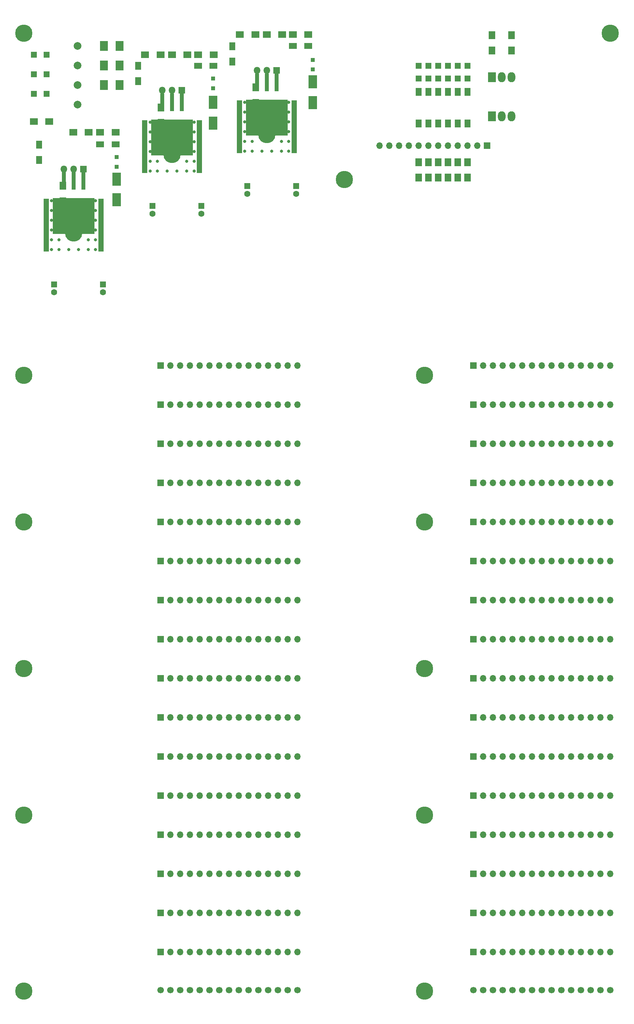
<source format=gts>
%TF.GenerationSoftware,KiCad,Pcbnew,4.0.5*%
%TF.CreationDate,2018-01-19T20:33:35-07:00*%
%TF.ProjectId,MRI-RF-Amplifier,4D52492D52462D416D706C6966696572,6*%
%TF.FileFunction,Soldermask,Top*%
%FSLAX46Y46*%
G04 Gerber Fmt 4.6, Leading zero omitted, Abs format (unit mm)*
G04 Created by KiCad (PCBNEW 4.0.5) date 01/19/18 20:33:35*
%MOMM*%
%LPD*%
G01*
G04 APERTURE LIST*
%ADD10C,0.100000*%
%ADD11C,4.500000*%
%ADD12R,1.800000X1.800000*%
%ADD13O,1.800000X1.800000*%
%ADD14R,2.300000X3.500000*%
%ADD15R,2.000000X1.600000*%
%ADD16R,1.500000X1.500000*%
%ADD17R,1.524000X2.155000*%
%ADD18R,2.000000X2.500000*%
%ADD19R,2.000000X2.600000*%
%ADD20O,2.000000X2.600000*%
%ADD21R,2.000000X1.700000*%
%ADD22R,1.700000X2.000000*%
%ADD23R,1.000000X1.000000*%
%ADD24C,2.000000*%
%ADD25R,1.700000X1.700000*%
%ADD26O,1.700000X1.700000*%
%ADD27C,1.700000*%
%ADD28R,1.600000X2.000000*%
%ADD29R,1.600000X1.600000*%
%ADD30C,1.600000*%
%ADD31C,0.800000*%
%ADD32R,1.400000X13.700000*%
%ADD33R,1.100000X4.600000*%
%ADD34R,10.800000X9.400000*%
G04 APERTURE END LIST*
D10*
D11*
X108737400Y-65974000D03*
X38354000Y-79906000D03*
D12*
X40894000Y-63246000D03*
D13*
X38354000Y-63246000D03*
X35814000Y-63246000D03*
D14*
X49530000Y-65880000D03*
X49530000Y-71280000D03*
D11*
X25400000Y-154940000D03*
X129540000Y-154940000D03*
X129540000Y-231140000D03*
X25400000Y-231140000D03*
X25400000Y-116840000D03*
X129540000Y-116840000D03*
D15*
X95332800Y-31292800D03*
X99332800Y-31292800D03*
X70694800Y-36474400D03*
X74694800Y-36474400D03*
X45244000Y-56845200D03*
X49244000Y-56845200D03*
D16*
X28068000Y-33528000D03*
X31368000Y-33528000D03*
X28068000Y-38608000D03*
X31368000Y-38608000D03*
X28068000Y-43688000D03*
X31368000Y-43688000D03*
X140716000Y-36450000D03*
X140716000Y-39750000D03*
X138176000Y-36450000D03*
X138176000Y-39750000D03*
X135636000Y-36450000D03*
X135636000Y-39750000D03*
X133096000Y-36450000D03*
X133096000Y-39750000D03*
X130556000Y-36450000D03*
X130556000Y-39750000D03*
X128016000Y-36450000D03*
X128016000Y-39750000D03*
D17*
X128016000Y-51440000D03*
X130556000Y-51440000D03*
X133096000Y-51440000D03*
X135636000Y-51440000D03*
X138176000Y-51440000D03*
X140716000Y-51440000D03*
X140716000Y-43180000D03*
X138176000Y-43180000D03*
X135636000Y-43180000D03*
X133096000Y-43180000D03*
X130556000Y-43180000D03*
X128016000Y-43180000D03*
D18*
X46260000Y-31242000D03*
X50260000Y-31242000D03*
X46260000Y-36322000D03*
X50260000Y-36322000D03*
X46260000Y-41402000D03*
X50260000Y-41402000D03*
D19*
X147066000Y-39370000D03*
D20*
X149606000Y-39370000D03*
X152146000Y-39370000D03*
D19*
X147066000Y-49530000D03*
D20*
X149606000Y-49530000D03*
X152146000Y-49530000D03*
D21*
X85566000Y-28295600D03*
X81566000Y-28295600D03*
X60928000Y-33578800D03*
X56928000Y-33578800D03*
X32022800Y-50952400D03*
X28022800Y-50952400D03*
D22*
X140716000Y-61500000D03*
X140716000Y-65500000D03*
X138176000Y-61500000D03*
X138176000Y-65500000D03*
X135636000Y-61500000D03*
X135636000Y-65500000D03*
X133096000Y-61500000D03*
X133096000Y-65500000D03*
X130556000Y-61500000D03*
X130556000Y-65500000D03*
X128016000Y-61500000D03*
X128016000Y-65500000D03*
X147066000Y-32480000D03*
X147066000Y-28480000D03*
X152146000Y-32480000D03*
X152146000Y-28480000D03*
D23*
X100482400Y-37379000D03*
X100482400Y-34879000D03*
X74574400Y-42267800D03*
X74574400Y-39767800D03*
X49530000Y-62685000D03*
X49530000Y-60185000D03*
D24*
X39370000Y-46482000D03*
X39370000Y-41402000D03*
X39370000Y-36322000D03*
X39370000Y-31242000D03*
D25*
X60960000Y-114300000D03*
D26*
X63500000Y-114300000D03*
X66040000Y-114300000D03*
X68580000Y-114300000D03*
X71120000Y-114300000D03*
X73660000Y-114300000D03*
X76200000Y-114300000D03*
X78740000Y-114300000D03*
X81280000Y-114300000D03*
X83820000Y-114300000D03*
X86360000Y-114300000D03*
X88900000Y-114300000D03*
X91440000Y-114300000D03*
X93980000Y-114300000D03*
X96520000Y-114300000D03*
D25*
X142240000Y-114300000D03*
D26*
X144780000Y-114300000D03*
X147320000Y-114300000D03*
X149860000Y-114300000D03*
X152400000Y-114300000D03*
X154940000Y-114300000D03*
X157480000Y-114300000D03*
X160020000Y-114300000D03*
X162560000Y-114300000D03*
X165100000Y-114300000D03*
X167640000Y-114300000D03*
X170180000Y-114300000D03*
X172720000Y-114300000D03*
X175260000Y-114300000D03*
X177800000Y-114300000D03*
D25*
X60960000Y-124460000D03*
D26*
X63500000Y-124460000D03*
X66040000Y-124460000D03*
X68580000Y-124460000D03*
X71120000Y-124460000D03*
X73660000Y-124460000D03*
X76200000Y-124460000D03*
X78740000Y-124460000D03*
X81280000Y-124460000D03*
X83820000Y-124460000D03*
X86360000Y-124460000D03*
X88900000Y-124460000D03*
X91440000Y-124460000D03*
X93980000Y-124460000D03*
X96520000Y-124460000D03*
D25*
X142240000Y-124460000D03*
D26*
X144780000Y-124460000D03*
X147320000Y-124460000D03*
X149860000Y-124460000D03*
X152400000Y-124460000D03*
X154940000Y-124460000D03*
X157480000Y-124460000D03*
X160020000Y-124460000D03*
X162560000Y-124460000D03*
X165100000Y-124460000D03*
X167640000Y-124460000D03*
X170180000Y-124460000D03*
X172720000Y-124460000D03*
X175260000Y-124460000D03*
X177800000Y-124460000D03*
D25*
X60960000Y-134620000D03*
D26*
X63500000Y-134620000D03*
X66040000Y-134620000D03*
X68580000Y-134620000D03*
X71120000Y-134620000D03*
X73660000Y-134620000D03*
X76200000Y-134620000D03*
X78740000Y-134620000D03*
X81280000Y-134620000D03*
X83820000Y-134620000D03*
X86360000Y-134620000D03*
X88900000Y-134620000D03*
X91440000Y-134620000D03*
X93980000Y-134620000D03*
X96520000Y-134620000D03*
D25*
X142240000Y-134620000D03*
D26*
X144780000Y-134620000D03*
X147320000Y-134620000D03*
X149860000Y-134620000D03*
X152400000Y-134620000D03*
X154940000Y-134620000D03*
X157480000Y-134620000D03*
X160020000Y-134620000D03*
X162560000Y-134620000D03*
X165100000Y-134620000D03*
X167640000Y-134620000D03*
X170180000Y-134620000D03*
X172720000Y-134620000D03*
X175260000Y-134620000D03*
X177800000Y-134620000D03*
D25*
X60960000Y-144780000D03*
D26*
X63500000Y-144780000D03*
X66040000Y-144780000D03*
X68580000Y-144780000D03*
X71120000Y-144780000D03*
X73660000Y-144780000D03*
X76200000Y-144780000D03*
X78740000Y-144780000D03*
X81280000Y-144780000D03*
X83820000Y-144780000D03*
X86360000Y-144780000D03*
X88900000Y-144780000D03*
X91440000Y-144780000D03*
X93980000Y-144780000D03*
X96520000Y-144780000D03*
D25*
X142240000Y-144780000D03*
D26*
X144780000Y-144780000D03*
X147320000Y-144780000D03*
X149860000Y-144780000D03*
X152400000Y-144780000D03*
X154940000Y-144780000D03*
X157480000Y-144780000D03*
X160020000Y-144780000D03*
X162560000Y-144780000D03*
X165100000Y-144780000D03*
X167640000Y-144780000D03*
X170180000Y-144780000D03*
X172720000Y-144780000D03*
X175260000Y-144780000D03*
X177800000Y-144780000D03*
D25*
X60960000Y-154940000D03*
D26*
X63500000Y-154940000D03*
X66040000Y-154940000D03*
X68580000Y-154940000D03*
X71120000Y-154940000D03*
X73660000Y-154940000D03*
X76200000Y-154940000D03*
X78740000Y-154940000D03*
X81280000Y-154940000D03*
X83820000Y-154940000D03*
X86360000Y-154940000D03*
X88900000Y-154940000D03*
X91440000Y-154940000D03*
X93980000Y-154940000D03*
X96520000Y-154940000D03*
D25*
X142240000Y-154940000D03*
D26*
X144780000Y-154940000D03*
X147320000Y-154940000D03*
X149860000Y-154940000D03*
X152400000Y-154940000D03*
X154940000Y-154940000D03*
X157480000Y-154940000D03*
X160020000Y-154940000D03*
X162560000Y-154940000D03*
X165100000Y-154940000D03*
X167640000Y-154940000D03*
X170180000Y-154940000D03*
X172720000Y-154940000D03*
X175260000Y-154940000D03*
X177800000Y-154940000D03*
D25*
X60960000Y-165100000D03*
D26*
X63500000Y-165100000D03*
X66040000Y-165100000D03*
X68580000Y-165100000D03*
X71120000Y-165100000D03*
X73660000Y-165100000D03*
X76200000Y-165100000D03*
X78740000Y-165100000D03*
X81280000Y-165100000D03*
X83820000Y-165100000D03*
X86360000Y-165100000D03*
X88900000Y-165100000D03*
X91440000Y-165100000D03*
X93980000Y-165100000D03*
X96520000Y-165100000D03*
D25*
X142240000Y-165100000D03*
D26*
X144780000Y-165100000D03*
X147320000Y-165100000D03*
X149860000Y-165100000D03*
X152400000Y-165100000D03*
X154940000Y-165100000D03*
X157480000Y-165100000D03*
X160020000Y-165100000D03*
X162560000Y-165100000D03*
X165100000Y-165100000D03*
X167640000Y-165100000D03*
X170180000Y-165100000D03*
X172720000Y-165100000D03*
X175260000Y-165100000D03*
X177800000Y-165100000D03*
D25*
X60960000Y-175260000D03*
D26*
X63500000Y-175260000D03*
X66040000Y-175260000D03*
X68580000Y-175260000D03*
X71120000Y-175260000D03*
X73660000Y-175260000D03*
X76200000Y-175260000D03*
X78740000Y-175260000D03*
X81280000Y-175260000D03*
X83820000Y-175260000D03*
X86360000Y-175260000D03*
X88900000Y-175260000D03*
X91440000Y-175260000D03*
X93980000Y-175260000D03*
X96520000Y-175260000D03*
D25*
X142240000Y-175260000D03*
D26*
X144780000Y-175260000D03*
X147320000Y-175260000D03*
X149860000Y-175260000D03*
X152400000Y-175260000D03*
X154940000Y-175260000D03*
X157480000Y-175260000D03*
X160020000Y-175260000D03*
X162560000Y-175260000D03*
X165100000Y-175260000D03*
X167640000Y-175260000D03*
X170180000Y-175260000D03*
X172720000Y-175260000D03*
X175260000Y-175260000D03*
X177800000Y-175260000D03*
D25*
X60960000Y-185420000D03*
D26*
X63500000Y-185420000D03*
X66040000Y-185420000D03*
X68580000Y-185420000D03*
X71120000Y-185420000D03*
X73660000Y-185420000D03*
X76200000Y-185420000D03*
X78740000Y-185420000D03*
X81280000Y-185420000D03*
X83820000Y-185420000D03*
X86360000Y-185420000D03*
X88900000Y-185420000D03*
X91440000Y-185420000D03*
X93980000Y-185420000D03*
X96520000Y-185420000D03*
D25*
X142240000Y-185420000D03*
D26*
X144780000Y-185420000D03*
X147320000Y-185420000D03*
X149860000Y-185420000D03*
X152400000Y-185420000D03*
X154940000Y-185420000D03*
X157480000Y-185420000D03*
X160020000Y-185420000D03*
X162560000Y-185420000D03*
X165100000Y-185420000D03*
X167640000Y-185420000D03*
X170180000Y-185420000D03*
X172720000Y-185420000D03*
X175260000Y-185420000D03*
X177800000Y-185420000D03*
D25*
X60960000Y-195580000D03*
D26*
X63500000Y-195580000D03*
X66040000Y-195580000D03*
X68580000Y-195580000D03*
X71120000Y-195580000D03*
X73660000Y-195580000D03*
X76200000Y-195580000D03*
X78740000Y-195580000D03*
X81280000Y-195580000D03*
X83820000Y-195580000D03*
X86360000Y-195580000D03*
X88900000Y-195580000D03*
X91440000Y-195580000D03*
X93980000Y-195580000D03*
X96520000Y-195580000D03*
D25*
X142240000Y-195580000D03*
D26*
X144780000Y-195580000D03*
X147320000Y-195580000D03*
X149860000Y-195580000D03*
X152400000Y-195580000D03*
X154940000Y-195580000D03*
X157480000Y-195580000D03*
X160020000Y-195580000D03*
X162560000Y-195580000D03*
X165100000Y-195580000D03*
X167640000Y-195580000D03*
X170180000Y-195580000D03*
X172720000Y-195580000D03*
X175260000Y-195580000D03*
X177800000Y-195580000D03*
D25*
X60960000Y-205740000D03*
D26*
X63500000Y-205740000D03*
X66040000Y-205740000D03*
X68580000Y-205740000D03*
X71120000Y-205740000D03*
X73660000Y-205740000D03*
X76200000Y-205740000D03*
X78740000Y-205740000D03*
X81280000Y-205740000D03*
X83820000Y-205740000D03*
X86360000Y-205740000D03*
X88900000Y-205740000D03*
X91440000Y-205740000D03*
X93980000Y-205740000D03*
X96520000Y-205740000D03*
D25*
X142240000Y-205740000D03*
D26*
X144780000Y-205740000D03*
X147320000Y-205740000D03*
X149860000Y-205740000D03*
X152400000Y-205740000D03*
X154940000Y-205740000D03*
X157480000Y-205740000D03*
X160020000Y-205740000D03*
X162560000Y-205740000D03*
X165100000Y-205740000D03*
X167640000Y-205740000D03*
X170180000Y-205740000D03*
X172720000Y-205740000D03*
X175260000Y-205740000D03*
X177800000Y-205740000D03*
D25*
X60960000Y-215900000D03*
D26*
X63500000Y-215900000D03*
X66040000Y-215900000D03*
X68580000Y-215900000D03*
X71120000Y-215900000D03*
X73660000Y-215900000D03*
X76200000Y-215900000D03*
X78740000Y-215900000D03*
X81280000Y-215900000D03*
X83820000Y-215900000D03*
X86360000Y-215900000D03*
X88900000Y-215900000D03*
X91440000Y-215900000D03*
X93980000Y-215900000D03*
X96520000Y-215900000D03*
D25*
X142240000Y-215900000D03*
D26*
X144780000Y-215900000D03*
X147320000Y-215900000D03*
X149860000Y-215900000D03*
X152400000Y-215900000D03*
X154940000Y-215900000D03*
X157480000Y-215900000D03*
X160020000Y-215900000D03*
X162560000Y-215900000D03*
X165100000Y-215900000D03*
X167640000Y-215900000D03*
X170180000Y-215900000D03*
X172720000Y-215900000D03*
X175260000Y-215900000D03*
X177800000Y-215900000D03*
D25*
X60960000Y-226060000D03*
D26*
X63500000Y-226060000D03*
X66040000Y-226060000D03*
X68580000Y-226060000D03*
X71120000Y-226060000D03*
X73660000Y-226060000D03*
X76200000Y-226060000D03*
X78740000Y-226060000D03*
X81280000Y-226060000D03*
X83820000Y-226060000D03*
X86360000Y-226060000D03*
X88900000Y-226060000D03*
X91440000Y-226060000D03*
X93980000Y-226060000D03*
X96520000Y-226060000D03*
D25*
X142240000Y-226060000D03*
D26*
X144780000Y-226060000D03*
X147320000Y-226060000D03*
X149860000Y-226060000D03*
X152400000Y-226060000D03*
X154940000Y-226060000D03*
X157480000Y-226060000D03*
X160020000Y-226060000D03*
X162560000Y-226060000D03*
X165100000Y-226060000D03*
X167640000Y-226060000D03*
X170180000Y-226060000D03*
X172720000Y-226060000D03*
X175260000Y-226060000D03*
X177800000Y-226060000D03*
D25*
X60960000Y-236220000D03*
D26*
X63500000Y-236220000D03*
X66040000Y-236220000D03*
X68580000Y-236220000D03*
X71120000Y-236220000D03*
X73660000Y-236220000D03*
X76200000Y-236220000D03*
X78740000Y-236220000D03*
X81280000Y-236220000D03*
X83820000Y-236220000D03*
X86360000Y-236220000D03*
X88900000Y-236220000D03*
X91440000Y-236220000D03*
X93980000Y-236220000D03*
X96520000Y-236220000D03*
D25*
X142240000Y-236220000D03*
D26*
X144780000Y-236220000D03*
X147320000Y-236220000D03*
X149860000Y-236220000D03*
X152400000Y-236220000D03*
X154940000Y-236220000D03*
X157480000Y-236220000D03*
X160020000Y-236220000D03*
X162560000Y-236220000D03*
X165100000Y-236220000D03*
X167640000Y-236220000D03*
X170180000Y-236220000D03*
X172720000Y-236220000D03*
X175260000Y-236220000D03*
X177800000Y-236220000D03*
D25*
X60960000Y-246380000D03*
D26*
X63500000Y-246380000D03*
X66040000Y-246380000D03*
X68580000Y-246380000D03*
X71120000Y-246380000D03*
X73660000Y-246380000D03*
X76200000Y-246380000D03*
X78740000Y-246380000D03*
X81280000Y-246380000D03*
X83820000Y-246380000D03*
X86360000Y-246380000D03*
X88900000Y-246380000D03*
X91440000Y-246380000D03*
X93980000Y-246380000D03*
X96520000Y-246380000D03*
D25*
X142240000Y-246380000D03*
D26*
X144780000Y-246380000D03*
X147320000Y-246380000D03*
X149860000Y-246380000D03*
X152400000Y-246380000D03*
X154940000Y-246380000D03*
X157480000Y-246380000D03*
X160020000Y-246380000D03*
X162560000Y-246380000D03*
X165100000Y-246380000D03*
X167640000Y-246380000D03*
X170180000Y-246380000D03*
X172720000Y-246380000D03*
X175260000Y-246380000D03*
X177800000Y-246380000D03*
D25*
X60960000Y-256540000D03*
D26*
X63500000Y-256540000D03*
X66040000Y-256540000D03*
X68580000Y-256540000D03*
X71120000Y-256540000D03*
X73660000Y-256540000D03*
X76200000Y-256540000D03*
X78740000Y-256540000D03*
X81280000Y-256540000D03*
X83820000Y-256540000D03*
X86360000Y-256540000D03*
X88900000Y-256540000D03*
X91440000Y-256540000D03*
X93980000Y-256540000D03*
X96520000Y-256540000D03*
D25*
X142240000Y-256540000D03*
D26*
X144780000Y-256540000D03*
X147320000Y-256540000D03*
X149860000Y-256540000D03*
X152400000Y-256540000D03*
X154940000Y-256540000D03*
X157480000Y-256540000D03*
X160020000Y-256540000D03*
X162560000Y-256540000D03*
X165100000Y-256540000D03*
X167640000Y-256540000D03*
X170180000Y-256540000D03*
X172720000Y-256540000D03*
X175260000Y-256540000D03*
X177800000Y-256540000D03*
D14*
X100482400Y-40574000D03*
X100482400Y-45974000D03*
X74574400Y-45937800D03*
X74574400Y-51337800D03*
D25*
X145796000Y-57150000D03*
D26*
X143256000Y-57150000D03*
X140716000Y-57150000D03*
X138176000Y-57150000D03*
X135636000Y-57150000D03*
X133096000Y-57150000D03*
X130556000Y-57150000D03*
X128016000Y-57150000D03*
X125476000Y-57150000D03*
X122936000Y-57150000D03*
X120396000Y-57150000D03*
X117856000Y-57150000D03*
D25*
X60960000Y-266700000D03*
D26*
X63500000Y-266700000D03*
X66040000Y-266700000D03*
X68580000Y-266700000D03*
X71120000Y-266700000D03*
X73660000Y-266700000D03*
X76200000Y-266700000D03*
X78740000Y-266700000D03*
X81280000Y-266700000D03*
X83820000Y-266700000D03*
X86360000Y-266700000D03*
X88900000Y-266700000D03*
X91440000Y-266700000D03*
X93980000Y-266700000D03*
X96520000Y-266700000D03*
D25*
X142240000Y-266700000D03*
D26*
X144780000Y-266700000D03*
X147320000Y-266700000D03*
X149860000Y-266700000D03*
X152400000Y-266700000D03*
X154940000Y-266700000D03*
X157480000Y-266700000D03*
X160020000Y-266700000D03*
X162560000Y-266700000D03*
X165100000Y-266700000D03*
X167640000Y-266700000D03*
X170180000Y-266700000D03*
X172720000Y-266700000D03*
X175260000Y-266700000D03*
X177800000Y-266700000D03*
D27*
X177800000Y-276610000D03*
X175260000Y-276610000D03*
X172720000Y-276610000D03*
X170180000Y-276610000D03*
X167640000Y-276610000D03*
X165100000Y-276610000D03*
X162560000Y-276610000D03*
X160020000Y-276610000D03*
X157480000Y-276610000D03*
X154940000Y-276610000D03*
X152400000Y-276610000D03*
X149860000Y-276610000D03*
X147320000Y-276610000D03*
X144780000Y-276610000D03*
X142240000Y-276610000D03*
X96520000Y-276610000D03*
X93980000Y-276610000D03*
X91440000Y-276610000D03*
X88900000Y-276610000D03*
X86360000Y-276610000D03*
X83820000Y-276610000D03*
X81280000Y-276610000D03*
X78740000Y-276610000D03*
X76200000Y-276610000D03*
X73660000Y-276610000D03*
X71120000Y-276610000D03*
X68580000Y-276610000D03*
X66040000Y-276610000D03*
X63500000Y-276610000D03*
X60960000Y-276610000D03*
D11*
X25400000Y-276860000D03*
X129540000Y-276860000D03*
X25400000Y-27940000D03*
X177800000Y-27940000D03*
X129540000Y-193040000D03*
X25400000Y-193040000D03*
D28*
X79552800Y-31324800D03*
X79552800Y-35324800D03*
D29*
X83464400Y-67687800D03*
D30*
X83464400Y-69687800D03*
D28*
X55118000Y-36455600D03*
X55118000Y-40455600D03*
D29*
X58851800Y-72869400D03*
D30*
X58851800Y-74869400D03*
D28*
X29413200Y-56928000D03*
X29413200Y-60928000D03*
D29*
X33274000Y-93291000D03*
D30*
X33274000Y-95291000D03*
D29*
X96164400Y-67687800D03*
D30*
X96164400Y-69687800D03*
D29*
X71551800Y-72869400D03*
D30*
X71551800Y-74869400D03*
D29*
X45974000Y-93291000D03*
D30*
X45974000Y-95291000D03*
D21*
X88576400Y-28295600D03*
X92576400Y-28295600D03*
X95332800Y-28295600D03*
X99332800Y-28295600D03*
X63938400Y-33578800D03*
X67938400Y-33578800D03*
X70745600Y-33578800D03*
X74745600Y-33578800D03*
X38259000Y-53721000D03*
X42259000Y-53721000D03*
X45244000Y-53721000D03*
X49244000Y-53721000D03*
D22*
X85699600Y-46062400D03*
X85699600Y-42062400D03*
X61087000Y-51244000D03*
X61087000Y-47244000D03*
X35534600Y-71640200D03*
X35534600Y-67640200D03*
D11*
X63931800Y-59484400D03*
D12*
X66471800Y-42824400D03*
D13*
X63931800Y-42824400D03*
X61391800Y-42824400D03*
D11*
X88544400Y-54302800D03*
D12*
X91084400Y-37642800D03*
D13*
X88544400Y-37642800D03*
X86004400Y-37642800D03*
D31*
X94259400Y-45897800D03*
X87274400Y-48437800D03*
X89814400Y-48437800D03*
X92354400Y-48437800D03*
X84734400Y-48437800D03*
X84734400Y-45897800D03*
X87274400Y-45897800D03*
X89814400Y-45897800D03*
X92354400Y-45897800D03*
X92354400Y-56057800D03*
X84734400Y-56057800D03*
X87274400Y-58597800D03*
X84734400Y-58597800D03*
X89814400Y-58597800D03*
X92354400Y-58597800D03*
X82829400Y-58597800D03*
X82829400Y-56057800D03*
X94259400Y-58597800D03*
X94259400Y-56057800D03*
X82829400Y-45897800D03*
X82829400Y-48437800D03*
X82829400Y-50977800D03*
X82829400Y-53517800D03*
X94259400Y-53517800D03*
X94259400Y-50977800D03*
X94259400Y-48437800D03*
D32*
X81444400Y-52247800D03*
X95644400Y-52247800D03*
D33*
X91084400Y-40757800D03*
X88544400Y-40757800D03*
X86004400Y-40757800D03*
D34*
X88544400Y-49907800D03*
D31*
X69646800Y-51079400D03*
X62661800Y-53619400D03*
X65201800Y-53619400D03*
X67741800Y-53619400D03*
X60121800Y-53619400D03*
X60121800Y-51079400D03*
X62661800Y-51079400D03*
X65201800Y-51079400D03*
X67741800Y-51079400D03*
X67741800Y-61239400D03*
X60121800Y-61239400D03*
X62661800Y-63779400D03*
X60121800Y-63779400D03*
X65201800Y-63779400D03*
X67741800Y-63779400D03*
X58216800Y-63779400D03*
X58216800Y-61239400D03*
X69646800Y-63779400D03*
X69646800Y-61239400D03*
X58216800Y-51079400D03*
X58216800Y-53619400D03*
X58216800Y-56159400D03*
X58216800Y-58699400D03*
X69646800Y-58699400D03*
X69646800Y-56159400D03*
X69646800Y-53619400D03*
D32*
X56831800Y-57429400D03*
X71031800Y-57429400D03*
D33*
X66471800Y-45939400D03*
X63931800Y-45939400D03*
X61391800Y-45939400D03*
D34*
X63931800Y-55089400D03*
D31*
X44069000Y-71501000D03*
X37084000Y-74041000D03*
X39624000Y-74041000D03*
X42164000Y-74041000D03*
X34544000Y-74041000D03*
X34544000Y-71501000D03*
X37084000Y-71501000D03*
X39624000Y-71501000D03*
X42164000Y-71501000D03*
X42164000Y-81661000D03*
X34544000Y-81661000D03*
X37084000Y-84201000D03*
X34544000Y-84201000D03*
X39624000Y-84201000D03*
X42164000Y-84201000D03*
X32639000Y-84201000D03*
X32639000Y-81661000D03*
X44069000Y-84201000D03*
X44069000Y-81661000D03*
X32639000Y-71501000D03*
X32639000Y-74041000D03*
X32639000Y-76581000D03*
X32639000Y-79121000D03*
X44069000Y-79121000D03*
X44069000Y-76581000D03*
X44069000Y-74041000D03*
D32*
X31254000Y-77851000D03*
X45454000Y-77851000D03*
D33*
X40894000Y-66361000D03*
X38354000Y-66361000D03*
X35814000Y-66361000D03*
D34*
X38354000Y-75511000D03*
M02*

</source>
